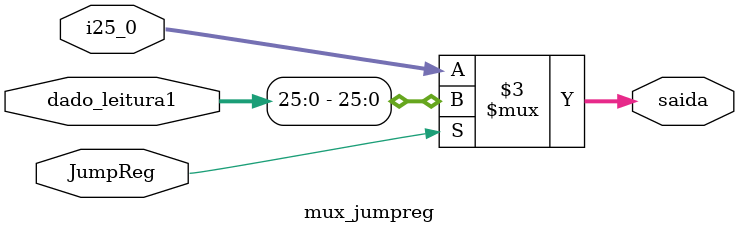
<source format=v>
module mux_jumpreg(JumpReg, dado_leitura1, i25_0, saida);
input [25:0] i25_0;
input [31:0] dado_leitura1;
input JumpReg;
output reg [25:0] saida;

always @(JumpReg)
	begin
		if(JumpReg)
			begin
				saida = dado_leitura1[25:0];
			end
		else
			begin
				saida = i25_0;
			end
	end

endmodule

</source>
